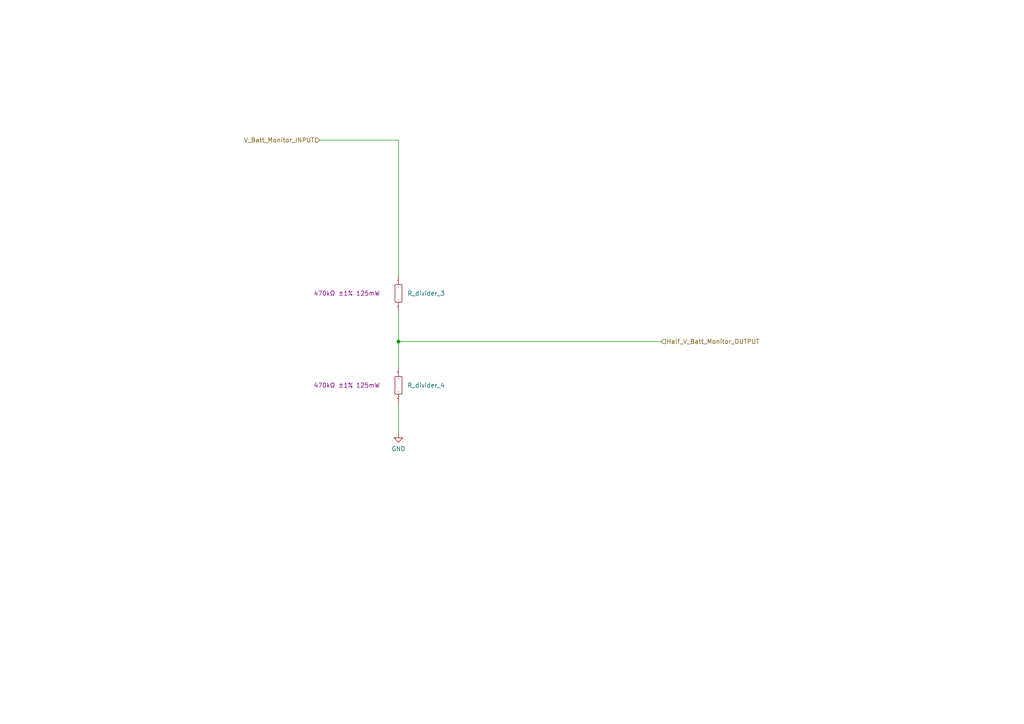
<source format=kicad_sch>
(kicad_sch
	(version 20250114)
	(generator "eeschema")
	(generator_version "9.0")
	(uuid "92a5201f-1701-4928-b22f-e2722fd5b3f0")
	(paper "A4")
	(lib_symbols
		(symbol "My_Personal_Symbols_Library:0805W8F4703T5E"
			(exclude_from_sim no)
			(in_bom yes)
			(on_board yes)
			(property "Reference" "R"
				(at 0 2.794 0)
				(effects
					(font
						(size 1.27 1.27)
					)
				)
			)
			(property "Value" "470kΩ"
				(at 0.254 -3.81 0)
				(effects
					(font
						(size 1.27 1.27)
					)
					(hide yes)
				)
			)
			(property "Footprint" "RES_470K_1_TOL_0805W8F4703T5E:R0805"
				(at 0.508 9.398 0)
				(effects
					(font
						(size 1.27 1.27)
					)
					(hide yes)
				)
			)
			(property "Datasheet" "https://atta.szlcsc.com/upload/public/pdf/source/20200306/C422600_1E6D84923E4A46A82E41ADD87F860B5C.pdf"
				(at 0.254 17.018 0)
				(effects
					(font
						(size 1.27 1.27)
					)
					(hide yes)
				)
			)
			(property "Description" "Type:Thick Film Resistors Resistance:470kΩ Tolerance:±1% Tolerance:±1% Power(Watts): Overload Voltage (Max): Temperature Coefficient:±100ppm/°C Temperature Coefficient:±100ppm/°C Operating Temperature Range:-55°C~+155°C Operating Temperature Range:-55°C~+155°C"
				(at 0.254 12.954 0)
				(effects
					(font
						(size 1.27 1.27)
					)
					(hide yes)
				)
			)
			(property "Manufacturer Part" "0805W8F4703T5E"
				(at 0.254 -9.144 0)
				(effects
					(font
						(size 1.27 1.27)
					)
					(hide yes)
				)
			)
			(property "Manufacturer" "UNI-ROYAL(厚声)"
				(at 0.254 -12.7 0)
				(effects
					(font
						(size 1.27 1.27)
					)
					(hide yes)
				)
			)
			(property "Supplier Part" "C17709"
				(at 0.254 -6.096 0)
				(effects
					(font
						(size 1.27 1.27)
					)
					(hide yes)
				)
			)
			(property "Supplier" "LCSC"
				(at 0.254 -18.542 0)
				(effects
					(font
						(size 1.27 1.27)
					)
					(hide yes)
				)
			)
			(property "LCSC Part Name" "470kΩ ±1% 125mW 厚膜电阻"
				(at 0.254 6.858 0)
				(effects
					(font
						(size 1.27 1.27)
					)
					(hide yes)
				)
			)
			(symbol "0805W8F4703T5E_1_0"
				(rectangle
					(start -2.54 -1.016)
					(end 2.54 1.016)
					(stroke
						(width 0)
						(type default)
					)
					(fill
						(type none)
					)
				)
				(pin input line
					(at -5.08 0 0)
					(length 2.54)
					(name "1"
						(effects
							(font
								(size 0.0254 0.0254)
							)
						)
					)
					(number "1"
						(effects
							(font
								(size 0.0254 0.0254)
							)
						)
					)
				)
				(pin input line
					(at 5.08 0 180)
					(length 2.54)
					(name "2"
						(effects
							(font
								(size 0.0254 0.0254)
							)
						)
					)
					(number "2"
						(effects
							(font
								(size 0.0254 0.0254)
							)
						)
					)
				)
			)
			(embedded_fonts no)
		)
		(symbol "power:GND"
			(power)
			(pin_names
				(offset 0)
			)
			(exclude_from_sim no)
			(in_bom yes)
			(on_board yes)
			(property "Reference" "#PWR"
				(at 0 -6.35 0)
				(effects
					(font
						(size 1.27 1.27)
					)
					(hide yes)
				)
			)
			(property "Value" "GND"
				(at 0 -3.81 0)
				(effects
					(font
						(size 1.27 1.27)
					)
				)
			)
			(property "Footprint" ""
				(at 0 0 0)
				(effects
					(font
						(size 1.27 1.27)
					)
					(hide yes)
				)
			)
			(property "Datasheet" ""
				(at 0 0 0)
				(effects
					(font
						(size 1.27 1.27)
					)
					(hide yes)
				)
			)
			(property "Description" "Power symbol creates a global label with name \"GND\" , ground"
				(at 0 0 0)
				(effects
					(font
						(size 1.27 1.27)
					)
					(hide yes)
				)
			)
			(property "ki_keywords" "global power"
				(at 0 0 0)
				(effects
					(font
						(size 1.27 1.27)
					)
					(hide yes)
				)
			)
			(symbol "GND_0_1"
				(polyline
					(pts
						(xy 0 0) (xy 0 -1.27) (xy 1.27 -1.27) (xy 0 -2.54) (xy -1.27 -1.27) (xy 0 -1.27)
					)
					(stroke
						(width 0)
						(type default)
					)
					(fill
						(type none)
					)
				)
			)
			(symbol "GND_1_1"
				(pin power_in line
					(at 0 0 270)
					(length 0)
					(hide yes)
					(name "GND"
						(effects
							(font
								(size 1.27 1.27)
							)
						)
					)
					(number "1"
						(effects
							(font
								(size 1.27 1.27)
							)
						)
					)
				)
			)
			(embedded_fonts no)
		)
	)
	(junction
		(at 115.57 99.06)
		(diameter 0)
		(color 0 0 0 0)
		(uuid "0d6be334-20d6-4f89-a822-9ce58910ec54")
	)
	(wire
		(pts
			(xy 115.57 90.17) (xy 115.57 99.06)
		)
		(stroke
			(width 0)
			(type default)
		)
		(uuid "34932892-8a65-40d5-852a-74732a578ebe")
	)
	(wire
		(pts
			(xy 115.57 40.64) (xy 115.57 80.01)
		)
		(stroke
			(width 0)
			(type default)
		)
		(uuid "8e1a243e-dbb0-4730-ae23-6918c7ddf278")
	)
	(wire
		(pts
			(xy 115.57 99.06) (xy 191.77 99.06)
		)
		(stroke
			(width 0)
			(type default)
		)
		(uuid "b885b416-2234-4bec-9952-1e1cb066a910")
	)
	(wire
		(pts
			(xy 115.57 40.64) (xy 92.71 40.64)
		)
		(stroke
			(width 0)
			(type default)
		)
		(uuid "c3bef062-12c6-4ad4-9a36-38271a8c2785")
	)
	(wire
		(pts
			(xy 115.57 99.06) (xy 115.57 106.68)
		)
		(stroke
			(width 0)
			(type default)
		)
		(uuid "c924fa50-eaeb-4efd-89ff-5f52feb28a48")
	)
	(wire
		(pts
			(xy 115.57 116.84) (xy 115.57 125.73)
		)
		(stroke
			(width 0)
			(type default)
		)
		(uuid "d60061b6-8009-4146-8f1e-0649220f7539")
	)
	(hierarchical_label "Half_V_Batt_Monitor_OUTPUT"
		(shape input)
		(at 191.77 99.06 0)
		(effects
			(font
				(size 1.27 1.27)
			)
			(justify left)
		)
		(uuid "e9afbf66-69e8-44ea-a153-aaf2687cd457")
	)
	(hierarchical_label "V_Batt_Monitor_INPUT"
		(shape input)
		(at 92.71 40.64 180)
		(effects
			(font
				(size 1.27 1.27)
			)
			(justify right)
		)
		(uuid "f481a9cc-e824-4055-990d-1c59ef0df01a")
	)
	(symbol
		(lib_id "power:GND")
		(at 115.57 125.73 0)
		(unit 1)
		(exclude_from_sim no)
		(in_bom yes)
		(on_board yes)
		(dnp no)
		(fields_autoplaced yes)
		(uuid "1977455f-9429-4bdf-8a3b-10d0ec732732")
		(property "Reference" "#PWR050"
			(at 115.57 132.08 0)
			(effects
				(font
					(size 1.27 1.27)
				)
				(hide yes)
			)
		)
		(property "Value" "GND"
			(at 115.57 130.1734 0)
			(effects
				(font
					(size 1.27 1.27)
				)
			)
		)
		(property "Footprint" ""
			(at 115.57 125.73 0)
			(effects
				(font
					(size 1.27 1.27)
				)
				(hide yes)
			)
		)
		(property "Datasheet" ""
			(at 115.57 125.73 0)
			(effects
				(font
					(size 1.27 1.27)
				)
				(hide yes)
			)
		)
		(property "Description" ""
			(at 115.57 125.73 0)
			(effects
				(font
					(size 1.27 1.27)
				)
				(hide yes)
			)
		)
		(pin "1"
			(uuid "56576d79-fff9-4b41-9b9f-d35b93fda2a8")
		)
		(instances
			(project "MY-ESP32"
				(path "/d6d8d651-8dd4-45a4-bd17-f84a87bbb30c/817c1c1f-b421-4869-a31c-76b942d45c7b"
					(reference "#PWR050")
					(unit 1)
				)
			)
		)
	)
	(symbol
		(lib_id "My_Personal_Symbols_Library:0805W8F4703T5E")
		(at 115.57 111.76 90)
		(unit 1)
		(exclude_from_sim no)
		(in_bom yes)
		(on_board yes)
		(dnp no)
		(uuid "c35f43fd-c2d9-4a4f-b5f1-3b5329a2ca04")
		(property "Reference" "R_divider_4"
			(at 118.11 111.7599 90)
			(effects
				(font
					(size 1.27 1.27)
				)
				(justify right)
			)
		)
		(property "Value" "470kΩ"
			(at 119.38 111.506 0)
			(effects
				(font
					(size 1.27 1.27)
				)
				(hide yes)
			)
		)
		(property "Footprint" "RES_470K_1_TOL_0805W8F4703T5E:R0805"
			(at 106.172 111.252 0)
			(effects
				(font
					(size 1.27 1.27)
				)
				(hide yes)
			)
		)
		(property "Datasheet" "https://atta.szlcsc.com/upload/public/pdf/source/20200306/C422600_1E6D84923E4A46A82E41ADD87F860B5C.pdf"
			(at 98.552 111.506 0)
			(effects
				(font
					(size 1.27 1.27)
				)
				(hide yes)
			)
		)
		(property "Description" "Type:Thick Film Resistors Resistance:470kΩ Tolerance:±1% Tolerance:±1% Power(Watts): Overload Voltage (Max): Temperature Coefficient:±100ppm/°C Temperature Coefficient:±100ppm/°C Operating Temperature Range:-55°C~+155°C Operating Temperature Range:-55°C~+155°C"
			(at 102.616 111.506 0)
			(effects
				(font
					(size 1.27 1.27)
				)
				(hide yes)
			)
		)
		(property "Manufacturer Part" "0805W8F4703T5E"
			(at 124.714 111.506 0)
			(effects
				(font
					(size 1.27 1.27)
				)
				(hide yes)
			)
		)
		(property "Manufacturer" "UNI-ROYAL(厚声)"
			(at 128.27 111.506 0)
			(effects
				(font
					(size 1.27 1.27)
				)
				(hide yes)
			)
		)
		(property "Supplier Part" "C17709"
			(at 121.666 111.506 0)
			(effects
				(font
					(size 1.27 1.27)
				)
				(hide yes)
			)
		)
		(property "Supplier" "LCSC"
			(at 134.112 111.506 0)
			(effects
				(font
					(size 1.27 1.27)
				)
				(hide yes)
			)
		)
		(property "LCSC Part Name" "470kΩ ±1% 125mW"
			(at 100.584 111.76 90)
			(effects
				(font
					(size 1.27 1.27)
				)
			)
		)
		(pin "1"
			(uuid "b2a26c07-066a-4c59-8734-bd008549b1de")
		)
		(pin "2"
			(uuid "3b2f0d2d-a77c-4648-8fd3-db1975d9fd38")
		)
		(instances
			(project "MY-ESP32"
				(path "/d6d8d651-8dd4-45a4-bd17-f84a87bbb30c/817c1c1f-b421-4869-a31c-76b942d45c7b"
					(reference "R_divider_4")
					(unit 1)
				)
			)
		)
	)
	(symbol
		(lib_id "My_Personal_Symbols_Library:0805W8F4703T5E")
		(at 115.57 85.09 90)
		(unit 1)
		(exclude_from_sim no)
		(in_bom yes)
		(on_board yes)
		(dnp no)
		(uuid "daffda9b-3448-4541-a088-7026c2271f47")
		(property "Reference" "R_divider_3"
			(at 118.11 85.0899 90)
			(effects
				(font
					(size 1.27 1.27)
				)
				(justify right)
			)
		)
		(property "Value" "470kΩ"
			(at 119.38 84.836 0)
			(effects
				(font
					(size 1.27 1.27)
				)
				(hide yes)
			)
		)
		(property "Footprint" "RES_470K_1_TOL_0805W8F4703T5E:R0805"
			(at 106.172 84.582 0)
			(effects
				(font
					(size 1.27 1.27)
				)
				(hide yes)
			)
		)
		(property "Datasheet" "https://atta.szlcsc.com/upload/public/pdf/source/20200306/C422600_1E6D84923E4A46A82E41ADD87F860B5C.pdf"
			(at 98.552 84.836 0)
			(effects
				(font
					(size 1.27 1.27)
				)
				(hide yes)
			)
		)
		(property "Description" "Type:Thick Film Resistors Resistance:470kΩ Tolerance:±1% Tolerance:±1% Power(Watts): Overload Voltage (Max): Temperature Coefficient:±100ppm/°C Temperature Coefficient:±100ppm/°C Operating Temperature Range:-55°C~+155°C Operating Temperature Range:-55°C~+155°C"
			(at 102.616 84.836 0)
			(effects
				(font
					(size 1.27 1.27)
				)
				(hide yes)
			)
		)
		(property "Manufacturer Part" "0805W8F4703T5E"
			(at 124.714 84.836 0)
			(effects
				(font
					(size 1.27 1.27)
				)
				(hide yes)
			)
		)
		(property "Manufacturer" "UNI-ROYAL(厚声)"
			(at 128.27 84.836 0)
			(effects
				(font
					(size 1.27 1.27)
				)
				(hide yes)
			)
		)
		(property "Supplier Part" "C17709"
			(at 121.666 84.836 0)
			(effects
				(font
					(size 1.27 1.27)
				)
				(hide yes)
			)
		)
		(property "Supplier" "LCSC"
			(at 134.112 84.836 0)
			(effects
				(font
					(size 1.27 1.27)
				)
				(hide yes)
			)
		)
		(property "LCSC Part Name" "470kΩ ±1% 125mW"
			(at 100.584 85.09 90)
			(effects
				(font
					(size 1.27 1.27)
				)
			)
		)
		(pin "1"
			(uuid "13227027-e6b6-444a-94d3-afbd4051de5c")
		)
		(pin "2"
			(uuid "8e77e933-e712-4a0f-9faf-7a6c4f990f81")
		)
		(instances
			(project ""
				(path "/d6d8d651-8dd4-45a4-bd17-f84a87bbb30c/817c1c1f-b421-4869-a31c-76b942d45c7b"
					(reference "R_divider_3")
					(unit 1)
				)
			)
		)
	)
)

</source>
